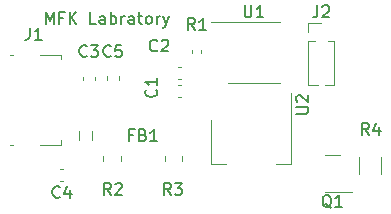
<source format=gbr>
%TF.GenerationSoftware,KiCad,Pcbnew,(6.0.1)*%
%TF.CreationDate,2022-02-12T15:33:55+03:30*%
%TF.ProjectId,led,6c65642e-6b69-4636-9164-5f7063625858,rev?*%
%TF.SameCoordinates,Original*%
%TF.FileFunction,Legend,Top*%
%TF.FilePolarity,Positive*%
%FSLAX46Y46*%
G04 Gerber Fmt 4.6, Leading zero omitted, Abs format (unit mm)*
G04 Created by KiCad (PCBNEW (6.0.1)) date 2022-02-12 15:33:55*
%MOMM*%
%LPD*%
G01*
G04 APERTURE LIST*
%ADD10C,0.150000*%
%ADD11C,0.120000*%
G04 APERTURE END LIST*
D10*
X95695142Y-99004380D02*
X95695142Y-98004380D01*
X96028476Y-98718666D01*
X96361809Y-98004380D01*
X96361809Y-99004380D01*
X97171333Y-98480571D02*
X96838000Y-98480571D01*
X96838000Y-99004380D02*
X96838000Y-98004380D01*
X97314190Y-98004380D01*
X97695142Y-99004380D02*
X97695142Y-98004380D01*
X98266571Y-99004380D02*
X97838000Y-98432952D01*
X98266571Y-98004380D02*
X97695142Y-98575809D01*
X99933238Y-99004380D02*
X99457047Y-99004380D01*
X99457047Y-98004380D01*
X100695142Y-99004380D02*
X100695142Y-98480571D01*
X100647523Y-98385333D01*
X100552285Y-98337714D01*
X100361809Y-98337714D01*
X100266571Y-98385333D01*
X100695142Y-98956761D02*
X100599904Y-99004380D01*
X100361809Y-99004380D01*
X100266571Y-98956761D01*
X100218952Y-98861523D01*
X100218952Y-98766285D01*
X100266571Y-98671047D01*
X100361809Y-98623428D01*
X100599904Y-98623428D01*
X100695142Y-98575809D01*
X101171333Y-99004380D02*
X101171333Y-98004380D01*
X101171333Y-98385333D02*
X101266571Y-98337714D01*
X101457047Y-98337714D01*
X101552285Y-98385333D01*
X101599904Y-98432952D01*
X101647523Y-98528190D01*
X101647523Y-98813904D01*
X101599904Y-98909142D01*
X101552285Y-98956761D01*
X101457047Y-99004380D01*
X101266571Y-99004380D01*
X101171333Y-98956761D01*
X102076095Y-99004380D02*
X102076095Y-98337714D01*
X102076095Y-98528190D02*
X102123714Y-98432952D01*
X102171333Y-98385333D01*
X102266571Y-98337714D01*
X102361809Y-98337714D01*
X103123714Y-99004380D02*
X103123714Y-98480571D01*
X103076095Y-98385333D01*
X102980857Y-98337714D01*
X102790380Y-98337714D01*
X102695142Y-98385333D01*
X103123714Y-98956761D02*
X103028476Y-99004380D01*
X102790380Y-99004380D01*
X102695142Y-98956761D01*
X102647523Y-98861523D01*
X102647523Y-98766285D01*
X102695142Y-98671047D01*
X102790380Y-98623428D01*
X103028476Y-98623428D01*
X103123714Y-98575809D01*
X103457047Y-98337714D02*
X103838000Y-98337714D01*
X103599904Y-98004380D02*
X103599904Y-98861523D01*
X103647523Y-98956761D01*
X103742761Y-99004380D01*
X103838000Y-99004380D01*
X104314190Y-99004380D02*
X104218952Y-98956761D01*
X104171333Y-98909142D01*
X104123714Y-98813904D01*
X104123714Y-98528190D01*
X104171333Y-98432952D01*
X104218952Y-98385333D01*
X104314190Y-98337714D01*
X104457047Y-98337714D01*
X104552285Y-98385333D01*
X104599904Y-98432952D01*
X104647523Y-98528190D01*
X104647523Y-98813904D01*
X104599904Y-98909142D01*
X104552285Y-98956761D01*
X104457047Y-99004380D01*
X104314190Y-99004380D01*
X105076095Y-99004380D02*
X105076095Y-98337714D01*
X105076095Y-98528190D02*
X105123714Y-98432952D01*
X105171333Y-98385333D01*
X105266571Y-98337714D01*
X105361809Y-98337714D01*
X105599904Y-98337714D02*
X105838000Y-99004380D01*
X106076095Y-98337714D02*
X105838000Y-99004380D01*
X105742761Y-99242476D01*
X105695142Y-99290095D01*
X105599904Y-99337714D01*
%TO.C,U2*%
X116892380Y-106581904D02*
X117701904Y-106581904D01*
X117797142Y-106534285D01*
X117844761Y-106486666D01*
X117892380Y-106391428D01*
X117892380Y-106200952D01*
X117844761Y-106105714D01*
X117797142Y-106058095D01*
X117701904Y-106010476D01*
X116892380Y-106010476D01*
X116987619Y-105581904D02*
X116940000Y-105534285D01*
X116892380Y-105439047D01*
X116892380Y-105200952D01*
X116940000Y-105105714D01*
X116987619Y-105058095D01*
X117082857Y-105010476D01*
X117178095Y-105010476D01*
X117320952Y-105058095D01*
X117892380Y-105629523D01*
X117892380Y-105010476D01*
%TO.C,C3*%
X99147333Y-101703142D02*
X99099714Y-101750761D01*
X98956857Y-101798380D01*
X98861619Y-101798380D01*
X98718761Y-101750761D01*
X98623523Y-101655523D01*
X98575904Y-101560285D01*
X98528285Y-101369809D01*
X98528285Y-101226952D01*
X98575904Y-101036476D01*
X98623523Y-100941238D01*
X98718761Y-100846000D01*
X98861619Y-100798380D01*
X98956857Y-100798380D01*
X99099714Y-100846000D01*
X99147333Y-100893619D01*
X99480666Y-100798380D02*
X100099714Y-100798380D01*
X99766380Y-101179333D01*
X99909238Y-101179333D01*
X100004476Y-101226952D01*
X100052095Y-101274571D01*
X100099714Y-101369809D01*
X100099714Y-101607904D01*
X100052095Y-101703142D01*
X100004476Y-101750761D01*
X99909238Y-101798380D01*
X99623523Y-101798380D01*
X99528285Y-101750761D01*
X99480666Y-101703142D01*
%TO.C,C4*%
X96861333Y-113641142D02*
X96813714Y-113688761D01*
X96670857Y-113736380D01*
X96575619Y-113736380D01*
X96432761Y-113688761D01*
X96337523Y-113593523D01*
X96289904Y-113498285D01*
X96242285Y-113307809D01*
X96242285Y-113164952D01*
X96289904Y-112974476D01*
X96337523Y-112879238D01*
X96432761Y-112784000D01*
X96575619Y-112736380D01*
X96670857Y-112736380D01*
X96813714Y-112784000D01*
X96861333Y-112831619D01*
X97718476Y-113069714D02*
X97718476Y-113736380D01*
X97480380Y-112688761D02*
X97242285Y-113403047D01*
X97861333Y-113403047D01*
%TO.C,U1*%
X112522095Y-97424580D02*
X112522095Y-98234104D01*
X112569714Y-98329342D01*
X112617333Y-98376961D01*
X112712571Y-98424580D01*
X112903047Y-98424580D01*
X112998285Y-98376961D01*
X113045904Y-98329342D01*
X113093523Y-98234104D01*
X113093523Y-97424580D01*
X114093523Y-98424580D02*
X113522095Y-98424580D01*
X113807809Y-98424580D02*
X113807809Y-97424580D01*
X113712571Y-97567438D01*
X113617333Y-97662676D01*
X113522095Y-97710295D01*
%TO.C,R4*%
X123023333Y-108402380D02*
X122690000Y-107926190D01*
X122451904Y-108402380D02*
X122451904Y-107402380D01*
X122832857Y-107402380D01*
X122928095Y-107450000D01*
X122975714Y-107497619D01*
X123023333Y-107592857D01*
X123023333Y-107735714D01*
X122975714Y-107830952D01*
X122928095Y-107878571D01*
X122832857Y-107926190D01*
X122451904Y-107926190D01*
X123880476Y-107735714D02*
X123880476Y-108402380D01*
X123642380Y-107354761D02*
X123404285Y-108069047D01*
X124023333Y-108069047D01*
%TO.C,R3*%
X106259333Y-113482380D02*
X105926000Y-113006190D01*
X105687904Y-113482380D02*
X105687904Y-112482380D01*
X106068857Y-112482380D01*
X106164095Y-112530000D01*
X106211714Y-112577619D01*
X106259333Y-112672857D01*
X106259333Y-112815714D01*
X106211714Y-112910952D01*
X106164095Y-112958571D01*
X106068857Y-113006190D01*
X105687904Y-113006190D01*
X106592666Y-112482380D02*
X107211714Y-112482380D01*
X106878380Y-112863333D01*
X107021238Y-112863333D01*
X107116476Y-112910952D01*
X107164095Y-112958571D01*
X107211714Y-113053809D01*
X107211714Y-113291904D01*
X107164095Y-113387142D01*
X107116476Y-113434761D01*
X107021238Y-113482380D01*
X106735523Y-113482380D01*
X106640285Y-113434761D01*
X106592666Y-113387142D01*
%TO.C,R2*%
X101179333Y-113482380D02*
X100846000Y-113006190D01*
X100607904Y-113482380D02*
X100607904Y-112482380D01*
X100988857Y-112482380D01*
X101084095Y-112530000D01*
X101131714Y-112577619D01*
X101179333Y-112672857D01*
X101179333Y-112815714D01*
X101131714Y-112910952D01*
X101084095Y-112958571D01*
X100988857Y-113006190D01*
X100607904Y-113006190D01*
X101560285Y-112577619D02*
X101607904Y-112530000D01*
X101703142Y-112482380D01*
X101941238Y-112482380D01*
X102036476Y-112530000D01*
X102084095Y-112577619D01*
X102131714Y-112672857D01*
X102131714Y-112768095D01*
X102084095Y-112910952D01*
X101512666Y-113482380D01*
X102131714Y-113482380D01*
%TO.C,R1*%
X108291333Y-99512380D02*
X107958000Y-99036190D01*
X107719904Y-99512380D02*
X107719904Y-98512380D01*
X108100857Y-98512380D01*
X108196095Y-98560000D01*
X108243714Y-98607619D01*
X108291333Y-98702857D01*
X108291333Y-98845714D01*
X108243714Y-98940952D01*
X108196095Y-98988571D01*
X108100857Y-99036190D01*
X107719904Y-99036190D01*
X109243714Y-99512380D02*
X108672285Y-99512380D01*
X108958000Y-99512380D02*
X108958000Y-98512380D01*
X108862761Y-98655238D01*
X108767523Y-98750476D01*
X108672285Y-98798095D01*
%TO.C,Q1*%
X119843561Y-114580619D02*
X119748323Y-114533000D01*
X119653085Y-114437761D01*
X119510228Y-114294904D01*
X119414990Y-114247285D01*
X119319752Y-114247285D01*
X119367371Y-114485380D02*
X119272133Y-114437761D01*
X119176895Y-114342523D01*
X119129276Y-114152047D01*
X119129276Y-113818714D01*
X119176895Y-113628238D01*
X119272133Y-113533000D01*
X119367371Y-113485380D01*
X119557847Y-113485380D01*
X119653085Y-113533000D01*
X119748323Y-113628238D01*
X119795942Y-113818714D01*
X119795942Y-114152047D01*
X119748323Y-114342523D01*
X119653085Y-114437761D01*
X119557847Y-114485380D01*
X119367371Y-114485380D01*
X120748323Y-114485380D02*
X120176895Y-114485380D01*
X120462609Y-114485380D02*
X120462609Y-113485380D01*
X120367371Y-113628238D01*
X120272133Y-113723476D01*
X120176895Y-113771095D01*
%TO.C,J2*%
X118665666Y-97431980D02*
X118665666Y-98146266D01*
X118618047Y-98289123D01*
X118522809Y-98384361D01*
X118379952Y-98431980D01*
X118284714Y-98431980D01*
X119094238Y-97527219D02*
X119141857Y-97479600D01*
X119237095Y-97431980D01*
X119475190Y-97431980D01*
X119570428Y-97479600D01*
X119618047Y-97527219D01*
X119665666Y-97622457D01*
X119665666Y-97717695D01*
X119618047Y-97860552D01*
X119046619Y-98431980D01*
X119665666Y-98431980D01*
%TO.C,J1*%
X94327266Y-99327580D02*
X94327266Y-100041866D01*
X94279647Y-100184723D01*
X94184409Y-100279961D01*
X94041552Y-100327580D01*
X93946314Y-100327580D01*
X95327266Y-100327580D02*
X94755838Y-100327580D01*
X95041552Y-100327580D02*
X95041552Y-99327580D01*
X94946314Y-99470438D01*
X94851076Y-99565676D01*
X94755838Y-99613295D01*
%TO.C,FB1*%
X103052666Y-108386571D02*
X102719333Y-108386571D01*
X102719333Y-108910380D02*
X102719333Y-107910380D01*
X103195523Y-107910380D01*
X103909809Y-108386571D02*
X104052666Y-108434190D01*
X104100285Y-108481809D01*
X104147904Y-108577047D01*
X104147904Y-108719904D01*
X104100285Y-108815142D01*
X104052666Y-108862761D01*
X103957428Y-108910380D01*
X103576476Y-108910380D01*
X103576476Y-107910380D01*
X103909809Y-107910380D01*
X104005047Y-107958000D01*
X104052666Y-108005619D01*
X104100285Y-108100857D01*
X104100285Y-108196095D01*
X104052666Y-108291333D01*
X104005047Y-108338952D01*
X103909809Y-108386571D01*
X103576476Y-108386571D01*
X105100285Y-108910380D02*
X104528857Y-108910380D01*
X104814571Y-108910380D02*
X104814571Y-107910380D01*
X104719333Y-108053238D01*
X104624095Y-108148476D01*
X104528857Y-108196095D01*
%TO.C,C5*%
X101179333Y-101703142D02*
X101131714Y-101750761D01*
X100988857Y-101798380D01*
X100893619Y-101798380D01*
X100750761Y-101750761D01*
X100655523Y-101655523D01*
X100607904Y-101560285D01*
X100560285Y-101369809D01*
X100560285Y-101226952D01*
X100607904Y-101036476D01*
X100655523Y-100941238D01*
X100750761Y-100846000D01*
X100893619Y-100798380D01*
X100988857Y-100798380D01*
X101131714Y-100846000D01*
X101179333Y-100893619D01*
X102084095Y-100798380D02*
X101607904Y-100798380D01*
X101560285Y-101274571D01*
X101607904Y-101226952D01*
X101703142Y-101179333D01*
X101941238Y-101179333D01*
X102036476Y-101226952D01*
X102084095Y-101274571D01*
X102131714Y-101369809D01*
X102131714Y-101607904D01*
X102084095Y-101703142D01*
X102036476Y-101750761D01*
X101941238Y-101798380D01*
X101703142Y-101798380D01*
X101607904Y-101750761D01*
X101560285Y-101703142D01*
%TO.C,C2*%
X105113333Y-101227142D02*
X105065714Y-101274761D01*
X104922857Y-101322380D01*
X104827619Y-101322380D01*
X104684761Y-101274761D01*
X104589523Y-101179523D01*
X104541904Y-101084285D01*
X104494285Y-100893809D01*
X104494285Y-100750952D01*
X104541904Y-100560476D01*
X104589523Y-100465238D01*
X104684761Y-100370000D01*
X104827619Y-100322380D01*
X104922857Y-100322380D01*
X105065714Y-100370000D01*
X105113333Y-100417619D01*
X105494285Y-100417619D02*
X105541904Y-100370000D01*
X105637142Y-100322380D01*
X105875238Y-100322380D01*
X105970476Y-100370000D01*
X106018095Y-100417619D01*
X106065714Y-100512857D01*
X106065714Y-100608095D01*
X106018095Y-100750952D01*
X105446666Y-101322380D01*
X106065714Y-101322380D01*
%TO.C,C1*%
X105005142Y-104560666D02*
X105052761Y-104608285D01*
X105100380Y-104751142D01*
X105100380Y-104846380D01*
X105052761Y-104989238D01*
X104957523Y-105084476D01*
X104862285Y-105132095D01*
X104671809Y-105179714D01*
X104528952Y-105179714D01*
X104338476Y-105132095D01*
X104243238Y-105084476D01*
X104148000Y-104989238D01*
X104100380Y-104846380D01*
X104100380Y-104751142D01*
X104148000Y-104608285D01*
X104195619Y-104560666D01*
X105100380Y-103608285D02*
X105100380Y-104179714D01*
X105100380Y-103894000D02*
X104100380Y-103894000D01*
X104243238Y-103989238D01*
X104338476Y-104084476D01*
X104386095Y-104179714D01*
D11*
%TO.C,U2*%
X116465400Y-104840600D02*
X116465400Y-110850600D01*
X109645400Y-107090600D02*
X109645400Y-110850600D01*
X109645400Y-110850600D02*
X110905400Y-110850600D01*
X116465400Y-110850600D02*
X115205400Y-110850600D01*
%TO.C,C3*%
X98804000Y-103491420D02*
X98804000Y-103772580D01*
X99824000Y-103491420D02*
X99824000Y-103772580D01*
%TO.C,C4*%
X97168580Y-112270000D02*
X96887420Y-112270000D01*
X97168580Y-111250000D02*
X96887420Y-111250000D01*
%TO.C,U1*%
X113284000Y-98812200D02*
X109684000Y-98812200D01*
X113284000Y-104032200D02*
X111084000Y-104032200D01*
X113284000Y-104032200D02*
X115484000Y-104032200D01*
X113284000Y-98812200D02*
X115484000Y-98812200D01*
%TO.C,R4*%
X124049200Y-110245536D02*
X124049200Y-111699664D01*
X122229200Y-110245536D02*
X122229200Y-111699664D01*
%TO.C,R3*%
X105741800Y-110615464D02*
X105741800Y-110161336D01*
X107211800Y-110615464D02*
X107211800Y-110161336D01*
%TO.C,R2*%
X100560200Y-110615464D02*
X100560200Y-110161336D01*
X102030200Y-110615464D02*
X102030200Y-110161336D01*
%TO.C,R1*%
X108078000Y-101192359D02*
X108078000Y-101499641D01*
X108838000Y-101192359D02*
X108838000Y-101499641D01*
%TO.C,Q1*%
X119938800Y-113193000D02*
X119288800Y-113193000D01*
X119938800Y-110073000D02*
X119288800Y-110073000D01*
X119938800Y-113193000D02*
X121613800Y-113193000D01*
X119938800Y-110073000D02*
X120588800Y-110073000D01*
%TO.C,J2*%
X117889000Y-104179600D02*
X118691470Y-104179600D01*
X120109000Y-100434600D02*
X120109000Y-104179600D01*
X119306530Y-104179600D02*
X120109000Y-104179600D01*
X117889000Y-100434600D02*
X117889000Y-104179600D01*
X117889000Y-99674600D02*
X117889000Y-98914600D01*
X119562471Y-100434600D02*
X120109000Y-100434600D01*
X117889000Y-100434600D02*
X118435529Y-100434600D01*
X117889000Y-98914600D02*
X118999000Y-98914600D01*
%TO.C,J1*%
X96960000Y-109220000D02*
X96960000Y-108840000D01*
X95190000Y-101600000D02*
X96960000Y-101600000D01*
X96960000Y-109220000D02*
X95190000Y-109220000D01*
X96960000Y-101600000D02*
X96960000Y-101980000D01*
X92910000Y-109220000D02*
X92650000Y-109220000D01*
X92650000Y-101600000D02*
X92910000Y-101600000D01*
%TO.C,FB1*%
X99620000Y-108058378D02*
X99620000Y-108857622D01*
X98500000Y-108058378D02*
X98500000Y-108857622D01*
%TO.C,C5*%
X100836000Y-103440620D02*
X100836000Y-103721780D01*
X101856000Y-103440620D02*
X101856000Y-103721780D01*
%TO.C,C2*%
X106844220Y-103634000D02*
X107125380Y-103634000D01*
X106844220Y-102614000D02*
X107125380Y-102614000D01*
%TO.C,C1*%
X106844220Y-105158000D02*
X107125380Y-105158000D01*
X106844220Y-104138000D02*
X107125380Y-104138000D01*
%TD*%
M02*

</source>
